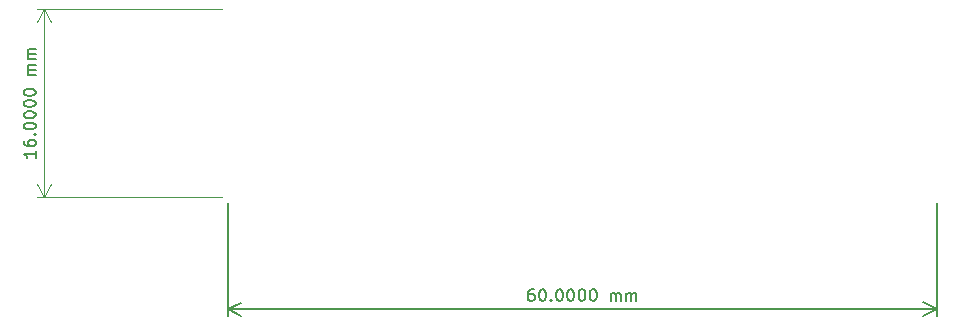
<source format=gbr>
%TF.GenerationSoftware,KiCad,Pcbnew,6.0.4-6f826c9f35~116~ubuntu20.04.1*%
%TF.CreationDate,2022-04-18T14:11:44+07:00*%
%TF.ProjectId,pmod-thin-switches,706d6f64-2d74-4686-996e-2d7377697463,1.0*%
%TF.SameCoordinates,Original*%
%TF.FileFunction,OtherDrawing,Comment*%
%FSLAX46Y46*%
G04 Gerber Fmt 4.6, Leading zero omitted, Abs format (unit mm)*
G04 Created by KiCad (PCBNEW 6.0.4-6f826c9f35~116~ubuntu20.04.1) date 2022-04-18 14:11:44*
%MOMM*%
%LPD*%
G01*
G04 APERTURE LIST*
%ADD10C,0.150000*%
%ADD11C,0.100000*%
G04 APERTURE END LIST*
D10*
X93702380Y-121047619D02*
X93702380Y-121619047D01*
X93702380Y-121333333D02*
X92702380Y-121333333D01*
X92845238Y-121428571D01*
X92940476Y-121523809D01*
X92988095Y-121619047D01*
X92702380Y-120190476D02*
X92702380Y-120380952D01*
X92750000Y-120476190D01*
X92797619Y-120523809D01*
X92940476Y-120619047D01*
X93130952Y-120666666D01*
X93511904Y-120666666D01*
X93607142Y-120619047D01*
X93654761Y-120571428D01*
X93702380Y-120476190D01*
X93702380Y-120285714D01*
X93654761Y-120190476D01*
X93607142Y-120142857D01*
X93511904Y-120095238D01*
X93273809Y-120095238D01*
X93178571Y-120142857D01*
X93130952Y-120190476D01*
X93083333Y-120285714D01*
X93083333Y-120476190D01*
X93130952Y-120571428D01*
X93178571Y-120619047D01*
X93273809Y-120666666D01*
X93607142Y-119666666D02*
X93654761Y-119619047D01*
X93702380Y-119666666D01*
X93654761Y-119714285D01*
X93607142Y-119666666D01*
X93702380Y-119666666D01*
X92702380Y-119000000D02*
X92702380Y-118904761D01*
X92750000Y-118809523D01*
X92797619Y-118761904D01*
X92892857Y-118714285D01*
X93083333Y-118666666D01*
X93321428Y-118666666D01*
X93511904Y-118714285D01*
X93607142Y-118761904D01*
X93654761Y-118809523D01*
X93702380Y-118904761D01*
X93702380Y-119000000D01*
X93654761Y-119095238D01*
X93607142Y-119142857D01*
X93511904Y-119190476D01*
X93321428Y-119238095D01*
X93083333Y-119238095D01*
X92892857Y-119190476D01*
X92797619Y-119142857D01*
X92750000Y-119095238D01*
X92702380Y-119000000D01*
X92702380Y-118047619D02*
X92702380Y-117952380D01*
X92750000Y-117857142D01*
X92797619Y-117809523D01*
X92892857Y-117761904D01*
X93083333Y-117714285D01*
X93321428Y-117714285D01*
X93511904Y-117761904D01*
X93607142Y-117809523D01*
X93654761Y-117857142D01*
X93702380Y-117952380D01*
X93702380Y-118047619D01*
X93654761Y-118142857D01*
X93607142Y-118190476D01*
X93511904Y-118238095D01*
X93321428Y-118285714D01*
X93083333Y-118285714D01*
X92892857Y-118238095D01*
X92797619Y-118190476D01*
X92750000Y-118142857D01*
X92702380Y-118047619D01*
X92702380Y-117095238D02*
X92702380Y-117000000D01*
X92750000Y-116904761D01*
X92797619Y-116857142D01*
X92892857Y-116809523D01*
X93083333Y-116761904D01*
X93321428Y-116761904D01*
X93511904Y-116809523D01*
X93607142Y-116857142D01*
X93654761Y-116904761D01*
X93702380Y-117000000D01*
X93702380Y-117095238D01*
X93654761Y-117190476D01*
X93607142Y-117238095D01*
X93511904Y-117285714D01*
X93321428Y-117333333D01*
X93083333Y-117333333D01*
X92892857Y-117285714D01*
X92797619Y-117238095D01*
X92750000Y-117190476D01*
X92702380Y-117095238D01*
X92702380Y-116142857D02*
X92702380Y-116047619D01*
X92750000Y-115952380D01*
X92797619Y-115904761D01*
X92892857Y-115857142D01*
X93083333Y-115809523D01*
X93321428Y-115809523D01*
X93511904Y-115857142D01*
X93607142Y-115904761D01*
X93654761Y-115952380D01*
X93702380Y-116047619D01*
X93702380Y-116142857D01*
X93654761Y-116238095D01*
X93607142Y-116285714D01*
X93511904Y-116333333D01*
X93321428Y-116380952D01*
X93083333Y-116380952D01*
X92892857Y-116333333D01*
X92797619Y-116285714D01*
X92750000Y-116238095D01*
X92702380Y-116142857D01*
X93702380Y-114619047D02*
X93035714Y-114619047D01*
X93130952Y-114619047D02*
X93083333Y-114571428D01*
X93035714Y-114476190D01*
X93035714Y-114333333D01*
X93083333Y-114238095D01*
X93178571Y-114190476D01*
X93702380Y-114190476D01*
X93178571Y-114190476D02*
X93083333Y-114142857D01*
X93035714Y-114047619D01*
X93035714Y-113904761D01*
X93083333Y-113809523D01*
X93178571Y-113761904D01*
X93702380Y-113761904D01*
X93702380Y-113285714D02*
X93035714Y-113285714D01*
X93130952Y-113285714D02*
X93083333Y-113238095D01*
X93035714Y-113142857D01*
X93035714Y-113000000D01*
X93083333Y-112904761D01*
X93178571Y-112857142D01*
X93702380Y-112857142D01*
X93178571Y-112857142D02*
X93083333Y-112809523D01*
X93035714Y-112714285D01*
X93035714Y-112571428D01*
X93083333Y-112476190D01*
X93178571Y-112428571D01*
X93702380Y-112428571D01*
D11*
X109500000Y-109000000D02*
X93813580Y-109000000D01*
X109500000Y-125000000D02*
X93813580Y-125000000D01*
X94400000Y-109000000D02*
X94400000Y-125000000D01*
X94400000Y-109000000D02*
X94400000Y-125000000D01*
X94400000Y-109000000D02*
X93813579Y-110126504D01*
X94400000Y-109000000D02*
X94986421Y-110126504D01*
X94400000Y-125000000D02*
X94986421Y-123873496D01*
X94400000Y-125000000D02*
X93813579Y-123873496D01*
D10*
X135861034Y-132769494D02*
X135670558Y-132769589D01*
X135575344Y-132817256D01*
X135527748Y-132864899D01*
X135432582Y-133007803D01*
X135385058Y-133198303D01*
X135385248Y-133579256D01*
X135432915Y-133674470D01*
X135480558Y-133722065D01*
X135575820Y-133769637D01*
X135766296Y-133769541D01*
X135861510Y-133721875D01*
X135909105Y-133674232D01*
X135956677Y-133578970D01*
X135956558Y-133340875D01*
X135908891Y-133245661D01*
X135861248Y-133198065D01*
X135765986Y-133150494D01*
X135575510Y-133150589D01*
X135480296Y-133198256D01*
X135432701Y-133245899D01*
X135385129Y-133341161D01*
X136575320Y-132769137D02*
X136670558Y-132769089D01*
X136765820Y-132816661D01*
X136813463Y-132864256D01*
X136861129Y-132959470D01*
X136908843Y-133149922D01*
X136908963Y-133388018D01*
X136861439Y-133578518D01*
X136813867Y-133673780D01*
X136766272Y-133721422D01*
X136671058Y-133769089D01*
X136575820Y-133769137D01*
X136480558Y-133721565D01*
X136432915Y-133673970D01*
X136385248Y-133578756D01*
X136337534Y-133388303D01*
X136337415Y-133150208D01*
X136384939Y-132959708D01*
X136432510Y-132864446D01*
X136480105Y-132816803D01*
X136575320Y-132769137D01*
X137337677Y-133673518D02*
X137385320Y-133721113D01*
X137337724Y-133768756D01*
X137290082Y-133721160D01*
X137337677Y-133673518D01*
X137337724Y-133768756D01*
X138003891Y-132768423D02*
X138099129Y-132768375D01*
X138194391Y-132815946D01*
X138242034Y-132863542D01*
X138289700Y-132958756D01*
X138337415Y-133149208D01*
X138337534Y-133387303D01*
X138290010Y-133577803D01*
X138242439Y-133673065D01*
X138194843Y-133720708D01*
X138099629Y-133768375D01*
X138004391Y-133768422D01*
X137909129Y-133720851D01*
X137861486Y-133673256D01*
X137813820Y-133578041D01*
X137766105Y-133387589D01*
X137765986Y-133149494D01*
X137813510Y-132958994D01*
X137861081Y-132863732D01*
X137908677Y-132816089D01*
X138003891Y-132768423D01*
X138956272Y-132767946D02*
X139051510Y-132767899D01*
X139146772Y-132815470D01*
X139194415Y-132863065D01*
X139242081Y-132958280D01*
X139289796Y-133148732D01*
X139289915Y-133386827D01*
X139242391Y-133577327D01*
X139194819Y-133672589D01*
X139147224Y-133720232D01*
X139052010Y-133767899D01*
X138956772Y-133767946D01*
X138861510Y-133720375D01*
X138813867Y-133672780D01*
X138766200Y-133577565D01*
X138718486Y-133387113D01*
X138718367Y-133149018D01*
X138765891Y-132958518D01*
X138813462Y-132863256D01*
X138861058Y-132815613D01*
X138956272Y-132767946D01*
X139908653Y-132767470D02*
X140003891Y-132767423D01*
X140099153Y-132814994D01*
X140146795Y-132862589D01*
X140194462Y-132957803D01*
X140242176Y-133148256D01*
X140242295Y-133386351D01*
X140194772Y-133576851D01*
X140147200Y-133672113D01*
X140099605Y-133719756D01*
X140004391Y-133767422D01*
X139909153Y-133767470D01*
X139813891Y-133719899D01*
X139766248Y-133672303D01*
X139718581Y-133577089D01*
X139670867Y-133386637D01*
X139670748Y-133148542D01*
X139718272Y-132958042D01*
X139765843Y-132862780D01*
X139813438Y-132815137D01*
X139908653Y-132767470D01*
X140861033Y-132766994D02*
X140956272Y-132766946D01*
X141051533Y-132814518D01*
X141099176Y-132862113D01*
X141146843Y-132957327D01*
X141194557Y-133147780D01*
X141194676Y-133385875D01*
X141147152Y-133576375D01*
X141099581Y-133671637D01*
X141051986Y-133719280D01*
X140956772Y-133766946D01*
X140861533Y-133766994D01*
X140766272Y-133719422D01*
X140718629Y-133671827D01*
X140670962Y-133576613D01*
X140623248Y-133386161D01*
X140623129Y-133148065D01*
X140670653Y-132957565D01*
X140718224Y-132862303D01*
X140765819Y-132814661D01*
X140861033Y-132766994D01*
X142385343Y-133766232D02*
X142385009Y-133099565D01*
X142385057Y-133194803D02*
X142432652Y-133147161D01*
X142527867Y-133099494D01*
X142670724Y-133099422D01*
X142765986Y-133146994D01*
X142813652Y-133242208D01*
X142813914Y-133766018D01*
X142813652Y-133242208D02*
X142861224Y-133146946D01*
X142956438Y-133099280D01*
X143099295Y-133099208D01*
X143194557Y-133146780D01*
X143242224Y-133241994D01*
X143242486Y-133765803D01*
X143718676Y-133765565D02*
X143718343Y-133098899D01*
X143718390Y-133194137D02*
X143765985Y-133146494D01*
X143861200Y-133098827D01*
X144004057Y-133098756D01*
X144099319Y-133146327D01*
X144146985Y-133241542D01*
X144147247Y-133765351D01*
X144146985Y-133241542D02*
X144194557Y-133146280D01*
X144289771Y-133098613D01*
X144432628Y-133098542D01*
X144527890Y-133146113D01*
X144575557Y-133241327D01*
X144575819Y-133765137D01*
X110000250Y-125500000D02*
X110005033Y-135066462D01*
X170000250Y-125470000D02*
X170005033Y-135036462D01*
X110004740Y-134480042D02*
X170004740Y-134450042D01*
X110004740Y-134480042D02*
X170004740Y-134450042D01*
X110004740Y-134480042D02*
X111131537Y-135065899D01*
X110004740Y-134480042D02*
X111130950Y-133893058D01*
X170004740Y-134450042D02*
X168877943Y-133864185D01*
X170004740Y-134450042D02*
X168878530Y-135037026D01*
M02*

</source>
